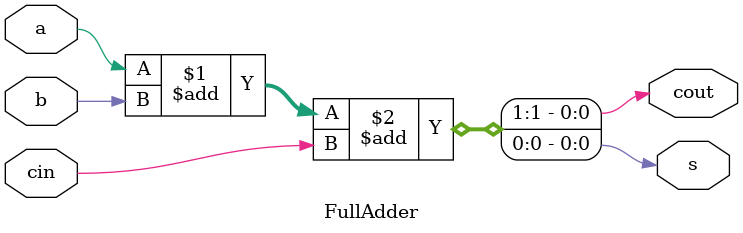
<source format=v>
`timescale 1ns / 1ns


module FullAdder(
    output cout,
    output s,
    input a,
    input b,
    input cin
    );
    
//reg cout;
//reg s;
//always @(a or b or cin)
//begin
//    s = a ^ b ^ cin;
//    cout = (a ^ b) & cin | a & b;
//end
assign {cout,s} = a + b + cin;
endmodule

</source>
